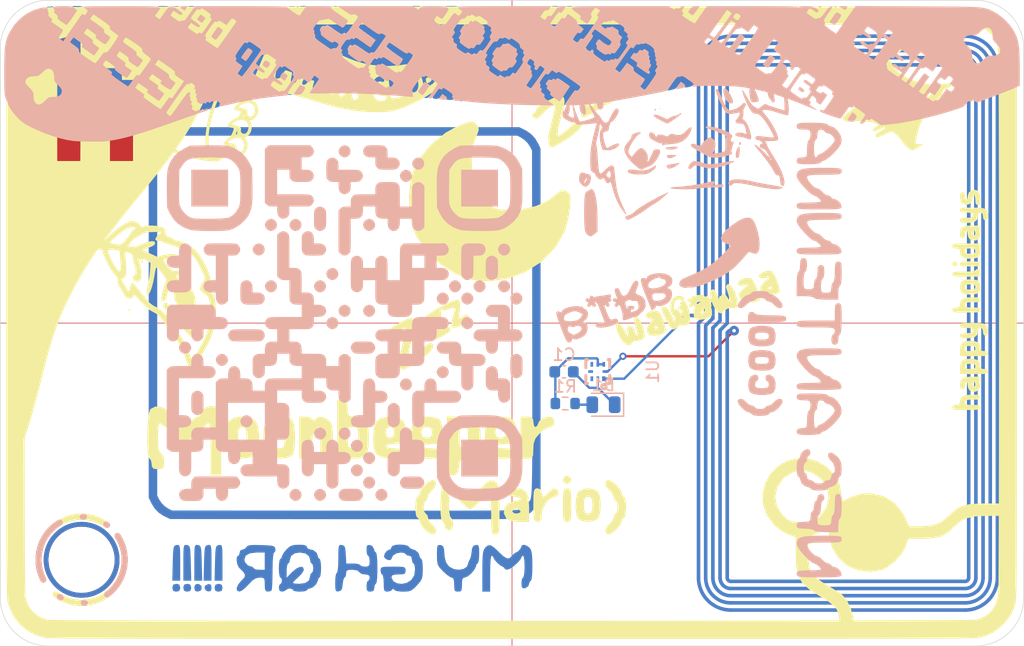
<source format=kicad_pcb>
(kicad_pcb (version 20241229) (generator "pcbnew") (generator_version "9.0")
  (layers (0 "F.Cu" signal) (2 "B.Cu" signal) (13 "F.Paste" user) (15 "B.Paste" user) (5 "F.SilkS" user "F.Silkscreen") (7 "B.SilkS" user "B.Silkscreen") (1 "F.Mask" user) (3 "B.Mask" user) (25 "Edge.Cuts" user))
  (net 0 "")
  (net 1 "Net-(D1-K)")
  (net 2 "Net-(U1-VCC)")
  (net 3 "Net-(D1-A)")
  (net 6 "Net-(U1-LB)")
  (net 8 "Net-(U1-LA)")
  (footprint "LOGO" (layer "F.Cu") (at 120.95 104.675)
    (property "Reference" "G***" (hide yes))
    (property "Value" "LOGO" (hide yes))
  )
  (footprint "LOGO" (layer "F.Cu") (at 90.040469 62.384449)
    (property "Reference" "G***" (hide yes))
    (property "Value" "LOGO" (hide yes))
  )
  (footprint "LOGO" (layer "F.Cu") (at 79.525 98.25)
    (property "Reference" "G***" (hide yes))
    (property "Value" "LOGO" (hide yes))
  )
  (footprint "LOGO" (layer "F.Cu") (at 101.05 104.575)
    (property "Reference" "G***" (hide yes))
    (property "Value" "LOGO" (hide yes))
  )
  (footprint "LOGO" (layer "F.Cu") (at 55.125 67.3)
    (property "Reference" "G***" (hide yes))
    (property "Value" "LOGO" (hide yes))
  )
  (footprint "LOGO" (layer "F.Cu") (at 90 86.2 180)
    (property "Reference" "G***" (hide yes))
    (property "Value" "LOGO" (hide yes))
  )
  (footprint "MountingHole:MountingHole_5.3mm_M5" (layer "F.Cu") (at 54 106)
    (property "Reference" "H1" (hide yes))
    (property "Value" "MountingHole")
  )
  (footprint "LOGO" (layer "F.Cu") (at 55.125 67.3)
    (property "Reference" "G***" (hide yes))
    (property "Value" "LOGO" (hide yes))
  )
  (footprint "LOGO" (layer "F.Cu") (at 89.025 77.775)
    (property "Reference" "G***")
    (property "Value" "LOGO" (hide yes))
  )
  (footprint "LOGO" (layer "F.Cu") (at 73.6 67.6)
    (property "Reference" "G***" (hide yes))
    (property "Value" "LOGO" (hide yes))
  )
  (footprint "LOGO" (layer "F.Cu") (at 122.4 67.65 15)
    (property "Reference" "G***" (hide yes))
    (property "Value" "LOGO" (hide yes))
  )
  (footprint "LOGO" (layer "F.Cu") (at 128.325 84.25)
    (property "Reference" "G***" (hide yes))
    (property "Value" "LOGO" (hide yes))
  )
  (footprint "LOGO" (layer "F.Cu") (at 59.661356 84.625029 -90)
    (property "Reference" "G***" (hide yes))
    (property "Value" "LOGO" (hide yes))
  )
  (footprint "LOGO" (layer "F.Cu") (at 105.575 84.9)
    (property "Reference" "G***")
    (property "Value" "LOGO" (hide yes))
  )
  (footprint "LOGO" (layer "F.Cu") (at 59.25 78.85)
    (property "Reference" "G***" (hide yes))
    (property "Value" "LOGO" (hide yes))
  )
  (footprint "LOGO" (layer "B.Cu") (at 107.225 80.475 25)
    (property "Reference" "G***" (hide yes))
    (property "Value" "LOGO" (hide yes))
  )
  (footprint "Resistor_SMD:R_0603_1608Metric" (layer "B.Cu") (at 94.45 92.925 180)
    (property "Reference" "R1")
    (property "Value" "47")
  )
  (footprint "LOGO" (layer "B.Cu") (at 103.65 72.35 180)
    (property "Reference" "G***" (hide yes))
    (property "Value" "LOGO" (hide yes))
  )
  (footprint "LOGO" (layer "B.Cu") (at 90 64.3 180)
    (property "Reference" "G***" (hide yes))
    (property "Value" "LOGO" (hide yes))
  )
  (footprint "LOGO" (layer "B.Cu") (at 98.55 84.875 180)
    (property "Reference" "G***")
    (property "Value" "LOGO" (hide yes))
  )
  (footprint "LOGO" (layer "B.Cu") (at 90 65.4 180)
    (property "Reference" "G***" (hide yes))
    (property "Value" "LOGO" (hide yes))
  )
  (footprint "LED_SMD:LED_0805_2012Metric" (layer "B.Cu") (at 97.65 93.025 180)
    (property "Reference" "D1")
    (property "Value" "LED")
  )
  (footprint "LOGO" (layer "B.Cu") (at 76 86.2 180)
    (property "Reference" "G***" (hide yes))
    (property "Value" "LOGO" (hide yes))
  )
  (footprint "LOGO" (layer "B.Cu") (at 76.65 106.7 180)
    (property "Reference" "G***" (hide yes))
    (property "Value" "LOGO" (hide yes))
  )
  (footprint "LOGO" (layer "B.Cu") (at 122.7 88.075 90)
    (property "Reference" "G***" (hide yes))
    (property "Value" "LOGO" (hide yes))
  )
  (footprint "LOGO" (layer "B.Cu") (at 90 64.3 180)
    (property "Reference" "G***" (hide yes))
    (property "Value" "LOGO" (hide yes))
  )
  (footprint "LOGO" (layer "B.Cu") (at 76 86.2 180)
    (property "Reference" "G***" (hide yes))
    (property "Value" "LOGO" (hide yes))
  )
  (footprint "kicad_why:25X48MM_NFC" (layer "B.Cu") (at 118.1 86.2 -90)
    (property "Reference" "L1" (hide yes))
    (property "Value" "25X48MM_NFC_ANTENNA")
  )
  (footprint "Capacitor_SMD:C_0603_1608Metric" (layer "B.Cu") (at 94.35 90.275 180)
    (property "Reference" "C1")
    (property "Value" "220nF")
  )
  (footprint "LOGO" (layer "B.Cu") (at 113.225 88.45 180)
    (property "Reference" "G***" (hide yes))
    (property "Value" "LOGO" (hide yes))
  )
  (footprint "LOGO" (layer "B.Cu") (at 76.65 106.7 180)
    (property "Reference" "G***" (hide yes))
    (property "Value" "LOGO" (hide yes))
  )
  (footprint "kicad_why:XQFN-8_L1.6-W1.6-P0.50-BL_NT3H2111W0FHKH" (layer "B.Cu") (at 97.175 90.25 90)
    (property "Reference" "U1")
    (property "Value" "NT3H2111W0FHKH")
  )
  (gr_line (start 47.2 86.2) (end 132.8 86.2) (stroke (width 0.05)) (layer "F.Cu"))
  (gr_line (start 90 59.2) (end 90 113.2) (stroke (width 0.05)) (layer "F.Cu"))
  (gr_circle (center 54 106) (end 51.9 103.9) (stroke (width 0.4)) (fill no) (layer "F.Cu"))
  (gr_circle (center 54 105.994449) (end 56.1 103.894449) (stroke (width 0.4)) (fill no) (layer "B.Cu"))
  (gr_circle (center 54 106) (end 51 104) (stroke (width 0.5) (type dash_dot_dot)) (fill no) (layer "F.SilkS"))
  (gr_circle (center 54 105.994449) (end 57 103.994449) (stroke (width 0.5) (type dash_dot_dot)) (fill no) (layer "B.SilkS"))
  (gr_arc (start 128.8 59.2) (mid 131.628427 60.371573) (end 132.8 63.2) (stroke (width 0.05)) (layer "Edge.Cuts"))
  (gr_line (start 128.8 113.2) (end 51.2 113.2) (stroke (width 0.05)) (layer "Edge.Cuts"))
  (gr_line (start 51.2 59.2) (end 128.8 59.2) (stroke (width 0.05)) (layer "Edge.Cuts"))
  (gr_line (start 47.2 109.2) (end 47.2 63.2) (stroke (width 0.05)) (layer "Edge.Cuts"))
  (gr_arc (start 47.2 63.2) (mid 48.371573 60.371573) (end 51.2 59.2) (stroke (width 0.05)) (layer "Edge.Cuts"))
  (gr_arc (start 132.8 109.2) (mid 131.628427 112.028427) (end 128.8 113.2) (stroke (width 0.05)) (layer "Edge.Cuts"))
  (gr_arc (start 51.2 113.2) (mid 48.371573 112.028427) (end 47.2 109.2) (stroke (width 0.05)) (layer "Edge.Cuts"))
  (gr_line (start 132.8 63.2) (end 132.8 109.2) (stroke (width 0.05)) (layer "Edge.Cuts"))
  (segment (start 98.5875 93.025) (end 97.175 91.6125) (width 0.2) (layer "B.Cu") (net 1))
  (segment (start 96.4625 91.6125) (end 97.175 91.6125) (width 0.2) (layer "B.Cu") (net 1))
  (segment (start 95.125 90.275) (end 96.4625 91.6125) (width 0.2) (layer "B.Cu") (net 1))
  (segment (start 97.175 91.6125) (end 97.175 90.85) (width 0.2) (layer "B.Cu") (net 1))
  (segment (start 97.086 89.149) (end 97.175 89.238) (width 0.2) (layer "B.Cu") (net 2))
  (segment (start 93.575 90.275) (end 94.701 89.149) (width 0.2) (layer "B.Cu") (net 2))
  (segment (start 97.175 89.238) (end 97.175 89.65) (width 0.2) (layer "B.Cu") (net 2))
  (segment (start 93.625 92.925) (end 93.625 90.325) (width 0.2) (layer "B.Cu") (net 2))
  (segment (start 94.701 89.149) (end 97.086 89.149) (width 0.2) (layer "B.Cu") (net 2))
  (segment (start 93.625 90.325) (end 93.575 90.275) (width 0.2) (layer "B.Cu") (net 2))
  (segment (start 97.175 89.65) (end 97.675 89.65) (width 0.2) (layer "B.Cu") (net 2))
  (segment (start 96.7125 93.025) (end 95.375 93.025) (width 0.2) (layer "B.Cu") (net 3))
  (segment (start 95.375 93.025) (end 95.275 92.925) (width 0.2) (layer "B.Cu") (net 3))
  (segment (start 108.575 86.835) (end 106.435 88.975) (width 0.2) (layer "F.Cu") (net 6))
  (segment (start 106.435 88.975) (end 99.275 88.975) (width 0.2) (layer "F.Cu") (net 6))
  (via (at 99.275 88.975) (size 0.6) (drill 0.3) (layers "F.Cu" "B.Cu") (net 6))
  (segment (start 97.775 90.25) (end 98 90.25) (width 0.2) (layer "B.Cu") (net 6))
  (segment (start 98 90.25) (end 99.275 88.975) (width 0.2) (layer "B.Cu") (net 6))
  (segment (start 97.675 90.85) (end 99.385 90.85) (width 0.2) (layer "B.Cu") (net 8))
  (segment (start 99.385 90.85) (end 104.67 85.565) (width 0.2) (layer "B.Cu") (net 8))
)
</source>
